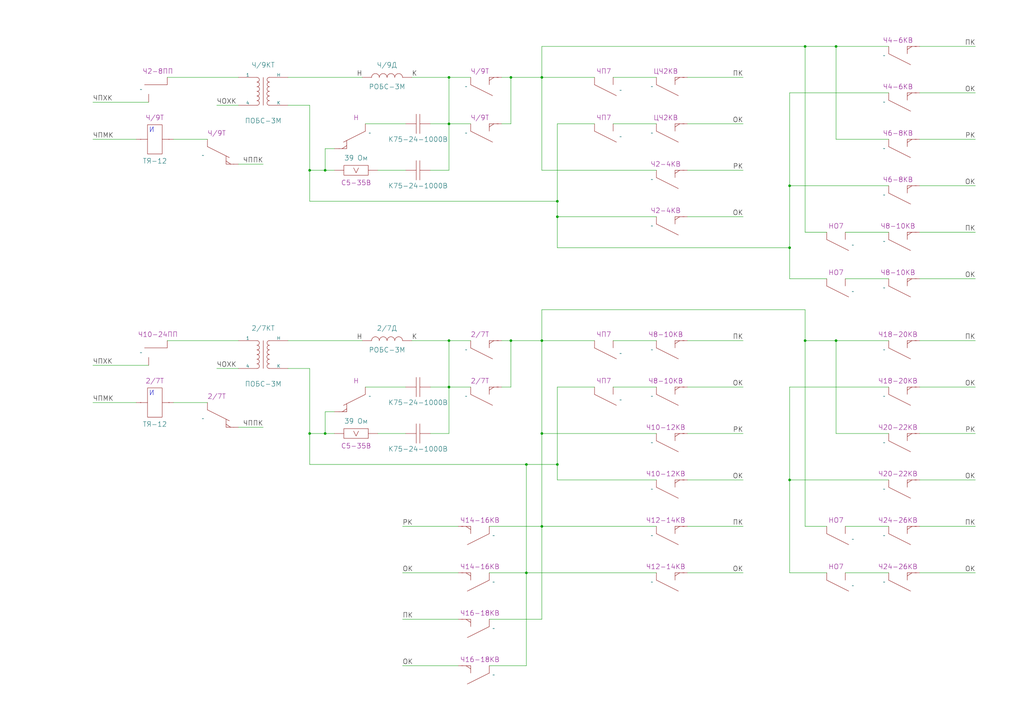
<source format=kicad_sch>
(kicad_sch (version 20231120) (generator "eeschema") (generator_version "8.0")
  (paper "A3")
  (title_block (title "Станция А") (company "МКТ РУТ (МИИТ)") (comment 1 "КП 27.02.03.03.000 ГЧ") (comment 2 "Сафранович") (comment 3 "Бузунова"))
  (lib_symbols
    (symbol "Blocks:ПТ/ПОБС" (pin_numbers hide) (pin_names (offset 0))
      (property "Reference" "ИПТ" (at 0 10.16 0))
      (property "Value" "ПТ/ПОБС" (at 0 -12.7 0))
      (symbol "ПТ/ПОБС_0_1"
        (arc (start -2.54 -6.35) (mid -1.5736 -5.3975) (end -2.54 -4.445))
        (arc (start -2.54 -4.445) (mid -1.5736 -3.4925) (end -2.54 -2.54))
        (arc (start -2.54 -2.54) (mid -1.5736 -1.5875) (end -2.54 -0.635))
        (arc (start -2.54 -0.635) (mid -1.5048 0.3175) (end -2.54 1.27))
        (arc (start -2.54 1.27) (mid -1.5428 2.2225) (end -2.54 3.175))
        (arc (start -2.54 3.175) (mid -1.5875 4.1275) (end -2.54 5.08))
        (polyline (pts (xy 0 -6.35) (xy 0 5.08)))
        (arc (start 2.54 -4.445) (mid 1.5452 -5.3975) (end 2.54 -6.35))
        (arc (start 2.54 -2.54) (mid 1.5452 -3.4925) (end 2.54 -4.445))
        (arc (start 2.54 -0.635) (mid 1.4998 -1.5875) (end 2.54 -2.54))
        (arc (start 2.54 1.27) (mid 1.5736 0.3175) (end 2.54 -0.635))
        (arc (start 2.54 3.175) (mid 1.5875 2.2225) (end 2.54 1.27))
        (arc (start 2.54 5.08) (mid 1.5633 4.1275) (end 2.54 3.175))
      )
      (symbol "ПТ/ПОБС_1_1"
        (pin passive line (at -10.16 5.08 0) (length 7.62) (name "1") (number "1"))
        (pin passive line (at -10.16 -6.35 0) (length 7.62) (name "4") (number "2"))
        (pin passive line (at 10.16 5.08 180) (length 7.62) (name "Н") (number "3"))
        (pin passive line (at 10.16 -6.35 180) (length 7.62) (name "К") (number "7"))
      )
    )
    (symbol "Device_GOST:C" (pin_numbers hide) (pin_names (offset 0) hide)
      (property "Reference" "C" (at 0.635 2.54 0))
      (property "Value" "C" (at 0.635 -3.175 0))
      (symbol "C_0_1"
        (polyline (pts (xy -3.9878 -0.762) (xy 3.9878 -0.762)))
        (polyline (pts (xy -3.9878 0.762) (xy 3.9878 0.762)))
      )
      (symbol "C_1_1"
        (pin passive line (at 0 5.08 270) (length 4.318) (name "~") (number "1"))
        (pin passive line (at 0 -5.08 90) (length 4.318) (name "~") (number "2"))
      )
    )
    (symbol "Device_GOST:L_INDUCTOR" (pin_numbers hide) (pin_names (offset 0) hide)
      (property "Reference" "L" (at 0 3.81 0))
      (property "Value" "L_INDUCTOR" (at 0 -2.54 0))
      (symbol "L_INDUCTOR_0_1"
        (arc (start -3.175 0) (mid -4.7498 1.5748) (end -6.35 0))
        (arc (start 0 0) (mid -1.5748 1.5748) (end -3.175 0))
        (arc (start 3.175 0) (mid 1.6002 1.5748) (end 0 0))
        (arc (start 6.35 0) (mid 4.7752 1.5748) (end 3.175 0))
      )
      (symbol "L_INDUCTOR_1_1"
        (pin passive line (at -10.16 0 0) (length 3.81) (name "~") (number "1"))
        (pin passive line (at 10.16 0 180) (length 3.81) (name "~") (number "2"))
      )
    )
    (symbol "Device_GOST:R_5W" (pin_numbers hide) (pin_names (offset 0) hide)
      (property "Reference" "R" (at 0 3.81 0))
      (property "Value" "R_5W" (at 0 -3.81 0))
      (symbol "R_5W_0_1"
        (rectangle (start -5.0038 2.0066) (end 5.0038 -2.0066))
        (polyline (pts (xy -1.016 1.016) (xy 0 -1.016)))
        (polyline (pts (xy 1.016 1.016) (xy 0 -1.016)))
      )
      (symbol "R_5W_1_1"
        (pin passive line (at -8.89 0 0) (length 3.8862) (name "~") (number "1"))
        (pin passive line (at 8.89 0 180) (length 3.8862) (name "~") (number "2"))
      )
    )
    (symbol "SCB_Relay:Кодовое" (pin_numbers hide) (pin_names (offset 0.002) hide)
      (property "Value" "КДРШ" (at 0 -8.89 0))
      (property "Обозначение реле" "К" (at 0 8.89 0))
      (symbol "Кодовое_0_1"
        (rectangle (start -3 6) (end 3 -6))
      )
      (symbol "Кодовое_1_1"
        (polyline (pts (xy -3 0) (xy -6 0)))
        (polyline (pts (xy 3 0) (xy 6 0)))
        (pin power_in line (at -7.62 0 0) (length 2) (name "") (number "1"))
        (pin power_in line (at 7.62 0 180) (length 2) (name "") (number "4"))
      )
      (symbol "Кодовое_2_1"
        (rectangle (start -3 -6) (end 3 -12))
        (polyline (pts (xy -2 -11) (xy -1 -11) (xy 1.5 -7) (xy 2.5 -7)))
        (pin power_in line (at -8 0 0) (length 5) (name "") (number "1"))
        (pin power_in line (at 8 0 180) (length 5) (name "") (number "4"))
      )
      (symbol "Кодовое_3_1"
        (rectangle (start -3 -6) (end 3 -12))
        (polyline (pts (xy -3 -6) (xy 3 -12)))
        (polyline (pts (xy 3 -6) (xy -3 -12)))
        (pin power_in line (at -8 0 0) (length 5) (name "") (number "1"))
        (pin power_in line (at 8 0 180) (length 5) (name "") (number "4"))
      )
      (symbol "Кодовое_4_1"
        (rectangle (start -3 -6) (end 3 -12))
        (polyline (pts (xy 3 -6) (xy -3 -12)))
        (pin power_in line (at -8 0 0) (length 5) (name "") (number "1"))
        (pin power_in line (at 8 0 180) (length 5) (name "") (number "4"))
      )
      (symbol "Кодовое_5_1"
        (rectangle (start -3 -6) (end 3 -12))
        (polyline (pts (xy -2 -10) (xy -2 -8)))
        (polyline (pts (xy -2 -9) (xy 2 -9)))
        (polyline (pts (xy 2 -10) (xy 2 -8)))
        (pin power_in line (at -8 0 0) (length 5) (name "") (number "1"))
        (pin power_in line (at 8 0 180) (length 5) (name "") (number "4"))
      )
    )
    (symbol "SCB_Relay:Контакт_нейтрального_якоря" (pin_numbers hide) (pin_names hide)
      (property "Обозначение реле" "Н" (at 0 2.54 0))
      (symbol "Контакт_нейтрального_якоря_0_1"
        (polyline (pts (xy -3.81 -3) (xy 5.19 -7.5)))
        (pin bidirectional line (at -3.81 0 270) (length 3) (name "") (number "1"))
      )
      (symbol "Контакт_нейтрального_якоря_1_1"
        (pin bidirectional line (at 3.81 0 270) (length 3) (name "") (number "2"))
        (pin bidirectional line (at 3.81 -10.16 90) (length 3.3) (name "") (number "3"))
      )
      (symbol "Контакт_нейтрального_якоря_2_1"
        (pin bidirectional line (at 3.81 -10.16 90) (length 3.3) (name "") (number "3"))
      )
      (symbol "Контакт_нейтрального_якоря_3_1"
        (pin bidirectional line (at 3.81 0 270) (length 3) (name "") (number "2"))
      )
      (symbol "Контакт_нейтрального_якоря_4_1"
        (polyline (pts (xy 3.81 -10.16) (xy 7.62 -10.16)))
        (polyline (pts (xy 3.81 -8.89) (xy 5.715 -10.16)))
        (polyline (pts (xy 3.81 -6.858) (xy 3.81 -10.16)))
        (polyline (pts (xy 3.81 -1.27) (xy 5.715 0)))
        (polyline (pts (xy 3.81 0) (xy 3.81 -3)))
        (polyline (pts (xy 3.81 0) (xy 7.62 0)))
        (pin bidirectional line (at -3.81 0 270) (length 3) (name "") (number "1"))
        (pin bidirectional line (at 8.89 0 180) (length 2) (name "") (number "2"))
        (pin bidirectional line (at 8.89 -10.16 180) (length 2) (name "") (number "3"))
      )
      (symbol "Контакт_нейтрального_якоря_5_1"
        (polyline (pts (xy 3.81 -1.27) (xy 5.715 0)))
        (polyline (pts (xy 3.81 0) (xy 3.81 -3)))
        (polyline (pts (xy 3.81 0) (xy 7.62 0)))
        (pin bidirectional line (at 8.89 0 180) (length 2) (name "") (number "2"))
      )
      (symbol "Контакт_нейтрального_якоря_6_1"
        (polyline (pts (xy 3.81 -8.89) (xy 5.715 -10.16)))
        (polyline (pts (xy 3.81 -6.858) (xy 3.81 -10.16) (xy 6.985 -10.16)))
        (pin bidirectional line (at 8.89 -10.16 180) (length 2) (name "") (number "3"))
      )
      (symbol "Контакт_нейтрального_якоря_7_1"
        (polyline (pts (xy 11.43 0) (xy 3.81 0) (xy 3.81 -3)))
        (polyline (pts (xy 3.81 0) (xy 5.5 1) (xy 8.5 -1) (xy 10 0)))
        (pin bidirectional line (at 12.7 0 180) (length 2) (name "") (number "2"))
        (pin bidirectional line (at 3.81 -10.16 90) (length 3.3) (name "") (number "3"))
      )
      (symbol "Контакт_нейтрального_якоря_8_1"
        (arc (start 5.5 -7.5) (mid 6.5355 -5) (end 5.5 -2.5))
        (pin bidirectional line (at 3.81 0 270) (length 3) (name "") (number "2"))
        (pin bidirectional line (at 3.81 -10.16 90) (length 3.3) (name "") (number "3"))
      )
      (symbol "Контакт_нейтрального_якоря_9_1"
        (polyline (pts (xy -3.5 -4.5) (xy -2.5 -5) (xy -2.25 -4.5)))
        (polyline (pts (xy 1.25 -6.5) (xy 1 -7) (xy 2 -7.5)))
        (arc (start 1.25 -6.5) (mid 0.5225 -3.7106) (end -2.25 -4.5))
        (pin bidirectional line (at 3.81 0 270) (length 3) (name "") (number "2"))
        (pin bidirectional line (at 3.81 -10.16 90) (length 3.3) (name "") (number "3"))
      )
      (symbol "Контакт_нейтрального_якоря_10_1"
        (polyline (pts (xy -3.5 -4.5) (xy -2.5 -5) (xy -2.25 -4.5)))
        (polyline (pts (xy 1.25 -6.5) (xy 1 -7) (xy 2 -7.5)))
        (arc (start 1.25 -6.5) (mid 0.5225 -3.7106) (end -2.25 -4.5))
        (pin bidirectional line (at 3.81 -10.16 90) (length 3.3) (name "") (number "3"))
      )
      (symbol "Контакт_нейтрального_якоря_11_1"
        (polyline (pts (xy -3.5 -4.5) (xy -2.5 -5) (xy -2.25 -4.5)))
        (polyline (pts (xy 1.25 -6.5) (xy 1 -7) (xy 2 -7.5)))
        (arc (start 1.25 -6.5) (mid 0.5225 -3.7106) (end -2.25 -4.5))
        (pin bidirectional line (at 3.81 0 270) (length 3) (name "") (number "2"))
      )
    )
    (symbol "SCB_Relay:Контакт_нейтрального_якоря_НЗ" (pin_numbers hide) (pin_names hide)
      (property "Обозначение реле" "Н" (at 0 2.54 0))
      (symbol "Контакт_нейтрального_якоря_НЗ_0_1"
        (polyline (pts (xy -3.81 -3) (xy 5.5 -3)))
        (pin bidirectional line (at -3.81 0 270) (length 3) (name "") (number "1"))
      )
      (symbol "Контакт_нейтрального_якоря_НЗ_1_1"
        (pin bidirectional line (at 3.81 0 270) (length 3) (name "") (number "2"))
        (pin bidirectional line (at 3.81 -10.16 90) (length 3.3) (name "") (number "3"))
      )
      (symbol "Контакт_нейтрального_якоря_НЗ_2_1"
        (pin bidirectional line (at 3.81 -10.16 90) (length 3.3) (name "") (number "3"))
      )
      (symbol "Контакт_нейтрального_якоря_НЗ_3_1"
        (pin bidirectional line (at 3.81 0 270) (length 3) (name "") (number "2"))
      )
      (symbol "Контакт_нейтрального_якоря_НЗ_4_1"
        (polyline (pts (xy 3.81 -10.16) (xy 7.62 -10.16)))
        (polyline (pts (xy 3.81 -8.89) (xy 5.715 -10.16)))
        (polyline (pts (xy 3.81 -6.858) (xy 3.81 -10.16)))
        (polyline (pts (xy 3.81 -1.27) (xy 5.715 0)))
        (polyline (pts (xy 3.81 0) (xy 3.81 -3)))
        (polyline (pts (xy 3.81 0) (xy 7.62 0)))
        (pin bidirectional line (at -3.81 0 270) (length 3) (name "") (number "1"))
        (pin bidirectional line (at 8.89 0 180) (length 2) (name "") (number "2"))
        (pin bidirectional line (at 8.89 -10.16 180) (length 2) (name "") (number "3"))
      )
      (symbol "Контакт_нейтрального_якоря_НЗ_5_1"
        (polyline (pts (xy 3.81 -1.27) (xy 5.715 0)))
        (polyline (pts (xy 3.81 0) (xy 3.81 -3)))
        (polyline (pts (xy 3.81 0) (xy 7.62 0)))
        (pin bidirectional line (at 8.89 0 180) (length 2) (name "") (number "2"))
      )
      (symbol "Контакт_нейтрального_якоря_НЗ_6_1"
        (polyline (pts (xy 3.81 -8.89) (xy 5.715 -10.16)))
        (polyline (pts (xy 3.81 -6.858) (xy 3.81 -10.16) (xy 6.985 -10.16)))
        (pin bidirectional line (at 8.89 -10.16 180) (length 2) (name "") (number "3"))
      )
      (symbol "Контакт_нейтрального_якоря_НЗ_7_1"
        (polyline (pts (xy 11.43 0) (xy 3.81 0) (xy 3.81 -3)))
        (polyline (pts (xy 3.81 0) (xy 5.5 1) (xy 8.5 -1) (xy 10 0)))
        (pin bidirectional line (at 12.7 0 180) (length 2) (name "") (number "2"))
        (pin bidirectional line (at 3.81 -10.16 90) (length 3.3) (name "") (number "3"))
      )
      (symbol "Контакт_нейтрального_якоря_НЗ_8_1"
        (arc (start 5.5 -7.5) (mid 6.5355 -5) (end 5.5 -2.5))
        (pin bidirectional line (at 3.81 0 270) (length 3) (name "") (number "2"))
        (pin bidirectional line (at 3.81 -10.16 90) (length 3.3) (name "") (number "3"))
      )
    )
  )
  (junction (at 133.35 177.8))
  (junction (at 323.85 76.2))
  (junction (at 330.2 19.05))
  (junction (at 228.6 82.55))
  (junction (at 342.9 19.05))
  (junction (at 228.6 190.5))
  (junction (at 127 69.85))
  (junction (at 184.15 31.75))
  (junction (at 209.55 31.75))
  (junction (at 222.25 177.8))
  (junction (at 330.2 139.7))
  (junction (at 184.15 50.8))
  (junction (at 323.85 101.6))
  (junction (at 342.9 139.7))
  (junction (at 133.35 69.85))
  (junction (at 222.25 139.7))
  (junction (at 184.15 158.75))
  (junction (at 215.9 190.5))
  (junction (at 228.6 88.9))
  (junction (at 222.25 215.9))
  (junction (at 127 177.8))
  (junction (at 184.15 139.7))
  (junction (at 323.85 196.85))
  (junction (at 209.55 139.7))
  (junction (at 222.25 31.75))
  (junction (at 215.9 234.95))
  (wire (pts (xy 97.79 67.31) (xy 107.95 67.31)))
  (wire (pts (xy 149.86 158.75) (xy 166.37 158.75)))
  (wire (pts (xy 281.94 31.75) (xy 304.8 31.75)))
  (wire (pts (xy 377.19 234.95) (xy 400.05 234.95)))
  (wire (pts (xy 377.19 76.2) (xy 400.05 76.2)))
  (wire (pts (xy 71.12 165.1) (xy 85.09 165.1)))
  (wire (pts (xy 346.71 95.25) (xy 364.49 95.25)))
  (wire (pts (xy 127 190.5) (xy 215.9 190.5)))
  (wire (pts (xy 281.94 50.8) (xy 304.8 50.8)))
  (wire (pts (xy 222.25 139.7) (xy 222.25 127)))
  (wire (pts (xy 118.11 139.7) (xy 148.59 139.7)))
  (wire (pts (xy 209.55 158.75) (xy 209.55 139.7)))
  (wire (pts (xy 330.2 215.9) (xy 339.09 215.9)))
  (wire (pts (xy 127 151.13) (xy 127 177.8)))
  (wire (pts (xy 377.19 114.3) (xy 400.05 114.3)))
  (wire (pts (xy 137.16 177.8) (xy 133.35 177.8)))
  (wire (pts (xy 251.46 139.7) (xy 269.24 139.7)))
  (wire (pts (xy 346.71 215.9) (xy 364.49 215.9)))
  (wire (pts (xy 228.6 196.85) (xy 269.24 196.85)))
  (wire (pts (xy 71.12 57.15) (xy 85.09 57.15)))
  (wire (pts (xy 281.94 88.9) (xy 304.8 88.9)))
  (wire (pts (xy 205.74 139.7) (xy 209.55 139.7)))
  (wire (pts (xy 38.1 149.86) (xy 60.96 149.86)))
  (wire (pts (xy 118.11 43.18) (xy 127 43.18)))
  (wire (pts (xy 377.19 196.85) (xy 400.05 196.85)))
  (wire (pts (xy 200.66 234.95) (xy 215.9 234.95)))
  (wire (pts (xy 228.6 158.75) (xy 243.84 158.75)))
  (wire (pts (xy 222.25 19.05) (xy 330.2 19.05)))
  (wire (pts (xy 228.6 190.5) (xy 228.6 196.85)))
  (wire (pts (xy 133.35 177.8) (xy 133.35 168.91)))
  (wire (pts (xy 127 177.8) (xy 133.35 177.8)))
  (wire (pts (xy 137.16 69.85) (xy 133.35 69.85)))
  (wire (pts (xy 184.15 31.75) (xy 193.04 31.75)))
  (wire (pts (xy 209.55 139.7) (xy 222.25 139.7)))
  (wire (pts (xy 205.74 158.75) (xy 209.55 158.75)))
  (wire (pts (xy 168.91 31.75) (xy 184.15 31.75)))
  (wire (pts (xy 209.55 31.75) (xy 222.25 31.75)))
  (wire (pts (xy 200.66 215.9) (xy 222.25 215.9)))
  (wire (pts (xy 127 82.55) (xy 228.6 82.55)))
  (wire (pts (xy 168.91 139.7) (xy 184.15 139.7)))
  (wire (pts (xy 215.9 190.5) (xy 215.9 234.95)))
  (wire (pts (xy 251.46 31.75) (xy 269.24 31.75)))
  (wire (pts (xy 97.79 175.26) (xy 107.95 175.26)))
  (wire (pts (xy 377.19 177.8) (xy 400.05 177.8)))
  (wire (pts (xy 323.85 38.1) (xy 323.85 76.2)))
  (wire (pts (xy 330.2 19.05) (xy 342.9 19.05)))
  (wire (pts (xy 339.09 114.3) (xy 323.85 114.3)))
  (wire (pts (xy 222.25 254) (xy 222.25 215.9)))
  (wire (pts (xy 184.15 139.7) (xy 184.15 158.75)))
  (wire (pts (xy 323.85 196.85) (xy 364.49 196.85)))
  (wire (pts (xy 377.19 38.1) (xy 400.05 38.1)))
  (wire (pts (xy 346.71 234.95) (xy 364.49 234.95)))
  (wire (pts (xy 68.58 31.75) (xy 97.79 31.75)))
  (wire (pts (xy 184.15 31.75) (xy 184.15 50.8)))
  (wire (pts (xy 215.9 190.5) (xy 228.6 190.5)))
  (wire (pts (xy 323.85 114.3) (xy 323.85 101.6)))
  (wire (pts (xy 228.6 190.5) (xy 228.6 158.75)))
  (wire (pts (xy 200.66 273.05) (xy 215.9 273.05)))
  (wire (pts (xy 38.1 41.91) (xy 60.96 41.91)))
  (wire (pts (xy 133.35 168.91) (xy 137.16 168.91)))
  (wire (pts (xy 187.96 254) (xy 165.1 254)))
  (wire (pts (xy 330.2 19.05) (xy 330.2 95.25)))
  (wire (pts (xy 176.53 158.75) (xy 184.15 158.75)))
  (wire (pts (xy 127 69.85) (xy 127 82.55)))
  (wire (pts (xy 133.35 69.85) (xy 133.35 60.96)))
  (wire (pts (xy 330.2 139.7) (xy 342.9 139.7)))
  (wire (pts (xy 377.19 57.15) (xy 400.05 57.15)))
  (wire (pts (xy 205.74 31.75) (xy 209.55 31.75)))
  (wire (pts (xy 187.96 273.05) (xy 165.1 273.05)))
  (wire (pts (xy 281.94 196.85) (xy 304.8 196.85)))
  (wire (pts (xy 222.25 31.75) (xy 222.25 19.05)))
  (wire (pts (xy 222.25 139.7) (xy 222.25 177.8)))
  (wire (pts (xy 222.25 215.9) (xy 222.25 177.8)))
  (wire (pts (xy 184.15 139.7) (xy 193.04 139.7)))
  (wire (pts (xy 228.6 50.8) (xy 243.84 50.8)))
  (wire (pts (xy 118.11 31.75) (xy 148.59 31.75)))
  (wire (pts (xy 342.9 139.7) (xy 364.49 139.7)))
  (wire (pts (xy 133.35 60.96) (xy 137.16 60.96)))
  (wire (pts (xy 176.53 50.8) (xy 184.15 50.8)))
  (wire (pts (xy 149.86 50.8) (xy 166.37 50.8)))
  (wire (pts (xy 377.19 158.75) (xy 400.05 158.75)))
  (wire (pts (xy 342.9 19.05) (xy 364.49 19.05)))
  (wire (pts (xy 330.2 127) (xy 330.2 139.7)))
  (wire (pts (xy 377.19 19.05) (xy 400.05 19.05)))
  (wire (pts (xy 127 69.85) (xy 133.35 69.85)))
  (wire (pts (xy 222.25 31.75) (xy 222.25 69.85)))
  (wire (pts (xy 209.55 50.8) (xy 209.55 31.75)))
  (wire (pts (xy 342.9 57.15) (xy 364.49 57.15)))
  (wire (pts (xy 118.11 151.13) (xy 127 151.13)))
  (wire (pts (xy 323.85 196.85) (xy 323.85 234.95)))
  (wire (pts (xy 346.71 114.3) (xy 364.49 114.3)))
  (wire (pts (xy 154.94 69.85) (xy 166.37 69.85)))
  (wire (pts (xy 193.04 158.75) (xy 184.15 158.75)))
  (wire (pts (xy 154.94 177.8) (xy 166.37 177.8)))
  (wire (pts (xy 269.24 215.9) (xy 222.25 215.9)))
  (wire (pts (xy 222.25 139.7) (xy 243.84 139.7)))
  (wire (pts (xy 377.19 139.7) (xy 400.05 139.7)))
  (wire (pts (xy 323.85 76.2) (xy 323.85 101.6)))
  (wire (pts (xy 251.46 50.8) (xy 269.24 50.8)))
  (wire (pts (xy 281.94 177.8) (xy 304.8 177.8)))
  (wire (pts (xy 228.6 82.55) (xy 228.6 50.8)))
  (wire (pts (xy 184.15 177.8) (xy 184.15 158.75)))
  (wire (pts (xy 222.25 177.8) (xy 269.24 177.8)))
  (wire (pts (xy 68.58 139.7) (xy 97.79 139.7)))
  (wire (pts (xy 205.74 50.8) (xy 209.55 50.8)))
  (wire (pts (xy 127 177.8) (xy 127 190.5)))
  (wire (pts (xy 323.85 196.85) (xy 323.85 158.75)))
  (wire (pts (xy 228.6 82.55) (xy 228.6 88.9)))
  (wire (pts (xy 251.46 158.75) (xy 269.24 158.75)))
  (wire (pts (xy 342.9 177.8) (xy 364.49 177.8)))
  (wire (pts (xy 187.96 215.9) (xy 165.1 215.9)))
  (wire (pts (xy 377.19 215.9) (xy 400.05 215.9)))
  (wire (pts (xy 281.94 69.85) (xy 304.8 69.85)))
  (wire (pts (xy 281.94 234.95) (xy 304.8 234.95)))
  (wire (pts (xy 228.6 88.9) (xy 269.24 88.9)))
  (wire (pts (xy 323.85 38.1) (xy 364.49 38.1)))
  (wire (pts (xy 222.25 69.85) (xy 269.24 69.85)))
  (wire (pts (xy 222.25 127) (xy 330.2 127)))
  (wire (pts (xy 330.2 95.25) (xy 339.09 95.25)))
  (wire (pts (xy 330.2 139.7) (xy 330.2 215.9)))
  (wire (pts (xy 323.85 158.75) (xy 364.49 158.75)))
  (wire (pts (xy 200.66 254) (xy 222.25 254)))
  (wire (pts (xy 342.9 139.7) (xy 342.9 177.8)))
  (wire (pts (xy 281.94 158.75) (xy 304.8 158.75)))
  (wire (pts (xy 323.85 76.2) (xy 364.49 76.2)))
  (wire (pts (xy 88.9 151.13) (xy 97.79 151.13)))
  (wire (pts (xy 339.09 234.95) (xy 323.85 234.95)))
  (wire (pts (xy 88.9 43.18) (xy 97.79 43.18)))
  (wire (pts (xy 38.1 57.15) (xy 55.88 57.15)))
  (wire (pts (xy 187.96 234.95) (xy 165.1 234.95)))
  (wire (pts (xy 184.15 69.85) (xy 184.15 50.8)))
  (wire (pts (xy 193.04 50.8) (xy 184.15 50.8)))
  (wire (pts (xy 215.9 273.05) (xy 215.9 234.95)))
  (wire (pts (xy 222.25 31.75) (xy 243.84 31.75)))
  (wire (pts (xy 228.6 88.9) (xy 228.6 101.6)))
  (wire (pts (xy 281.94 139.7) (xy 304.8 139.7)))
  (wire (pts (xy 176.53 177.8) (xy 184.15 177.8)))
  (wire (pts (xy 281.94 215.9) (xy 304.8 215.9)))
  (wire (pts (xy 377.19 95.25) (xy 400.05 95.25)))
  (wire (pts (xy 228.6 101.6) (xy 323.85 101.6)))
  (wire (pts (xy 38.1 165.1) (xy 55.88 165.1)))
  (wire (pts (xy 269.24 234.95) (xy 215.9 234.95)))
  (wire (pts (xy 127 43.18) (xy 127 69.85)))
  (wire (pts (xy 176.53 69.85) (xy 184.15 69.85)))
  (wire (pts (xy 342.9 19.05) (xy 342.9 57.15)))
  (text "И" (at 62.23 161.29 0) (effects (font (size 2 2))))
  (text "И" (at 62.23 53.34 0) (effects (font (size 2 2))))
  (label "ОК" (at 400.05 234.95 180) (effects (font (size 2 2))) (property "Netclass" "Цепь" (effects (hide yes))))
  (label "РК" (at 400.05 57.15 180) (effects (font (size 2 2))) (property "Netclass" "Цепь" (effects (hide yes))))
  (label "К" (at 168.91 31.75 0) (effects (font (size 2 2))))
  (label "Н" (at 148.59 139.7 180) (effects (font (size 2 2))))
  (label "РК" (at 304.8 69.85 180) (effects (font (size 2 2))) (property "Netclass" "Цепь" (effects (hide yes))))
  (label "ЧПХК" (at 38.1 149.86 0) (effects (font (size 2 2))) (property "Netclass" "Цепь" (effects (hide yes))))
  (label "ПК" (at 400.05 95.25 180) (effects (font (size 2 2))) (property "Netclass" "Цепь" (effects (hide yes))))
  (label "ЧППК" (at 107.95 175.26 180) (effects (font (size 2 2))) (property "Netclass" "Цепь" (effects (hide yes))))
  (label "ОК" (at 304.8 234.95 180) (effects (font (size 2 2))) (property "Netclass" "Цепь" (effects (hide yes))))
  (label "ОК" (at 304.8 196.85 180) (effects (font (size 2 2))) (property "Netclass" "Цепь" (effects (hide yes))))
  (label "ПК" (at 165.1 254 0) (effects (font (size 2 2))) (property "Netclass" "Цепь" (effects (hide yes))))
  (label "ОК" (at 400.05 38.1 180) (effects (font (size 2 2))) (property "Netclass" "Цепь" (effects (hide yes))))
  (label "ЧПМК" (at 38.1 165.1 0) (effects (font (size 2 2))) (property "Netclass" "Цепь" (effects (hide yes))))
  (label "ЧППК" (at 107.95 67.31 180) (effects (font (size 2 2))) (property "Netclass" "Цепь" (effects (hide yes))))
  (label "ЧПМК" (at 38.1 57.15 0) (effects (font (size 2 2))) (property "Netclass" "Цепь" (effects (hide yes))))
  (label "ПК" (at 304.8 139.7 180) (effects (font (size 2 2))) (property "Netclass" "Цепь" (effects (hide yes))))
  (label "ОК" (at 304.8 88.9 180) (effects (font (size 2 2))) (property "Netclass" "Цепь" (effects (hide yes))))
  (label "РК" (at 304.8 177.8 180) (effects (font (size 2 2))) (property "Netclass" "Цепь" (effects (hide yes))))
  (label "ОК" (at 400.05 158.75 180) (effects (font (size 2 2))) (property "Netclass" "Цепь" (effects (hide yes))))
  (label "ПК" (at 304.8 31.75 180) (effects (font (size 2 2))) (property "Netclass" "Цепь" (effects (hide yes))))
  (label "ОК" (at 400.05 196.85 180) (effects (font (size 2 2))) (property "Netclass" "Цепь" (effects (hide yes))))
  (label "ОК" (at 400.05 76.2 180) (effects (font (size 2 2))) (property "Netclass" "Цепь" (effects (hide yes))))
  (label "ЧОХК" (at 88.9 43.18 0) (effects (font (size 2 2))) (property "Netclass" "Цепь" (effects (hide yes))))
  (label "ЧОХК" (at 88.9 151.13 0) (effects (font (size 2 2))) (property "Netclass" "Цепь" (effects (hide yes))))
  (label "ОК" (at 165.1 234.95 0) (effects (font (size 2 2))) (property "Netclass" "Цепь" (effects (hide yes))))
  (label "ПК" (at 400.05 215.9 180) (effects (font (size 2 2))) (property "Netclass" "Цепь" (effects (hide yes))))
  (label "Н" (at 148.59 31.75 180) (effects (font (size 2 2))))
  (label "ОК" (at 400.05 114.3 180) (effects (font (size 2 2))) (property "Netclass" "Цепь" (effects (hide yes))))
  (label "ОК" (at 304.8 158.75 180) (effects (font (size 2 2))) (property "Netclass" "Цепь" (effects (hide yes))))
  (label "ПК" (at 400.05 19.05 180) (effects (font (size 2 2))) (property "Netclass" "Цепь" (effects (hide yes))))
  (label "РК" (at 400.05 177.8 180) (effects (font (size 2 2))) (property "Netclass" "Цепь" (effects (hide yes))))
  (label "ОК" (at 165.1 273.05 0) (effects (font (size 2 2))) (property "Netclass" "Цепь" (effects (hide yes))))
  (label "РК" (at 165.1 215.9 0) (effects (font (size 2 2))) (property "Netclass" "Цепь" (effects (hide yes))))
  (label "ОК" (at 304.8 50.8 180) (effects (font (size 2 2))) (property "Netclass" "Цепь" (effects (hide yes))))
  (label "К" (at 168.91 139.7 0) (effects (font (size 2 2))))
  (label "ЧПХК" (at 38.1 41.91 0) (effects (font (size 2 2))) (property "Netclass" "Цепь" (effects (hide yes))))
  (label "ПК" (at 400.05 139.7 180) (effects (font (size 2 2))) (property "Netclass" "Цепь" (effects (hide yes))))
  (label "ПК" (at 304.8 215.9 180) (effects (font (size 2 2))) (property "Netclass" "Цепь" (effects (hide yes))))
  (symbol (lib_id "SCB_Relay:Контакт_нейтрального_якоря") (at 368.3 234.95 0) (unit 5)
    (property "Reference" "Н11121" (effects (hide yes)))
    (property "Value" "~" (at 363.22 238.7 0) (effects (justify right)))
    (property "Обозначение реле" "Ч24-26КВ" (at 368.3 232.41 0) (effects (font (size 2 2))))
  )
  (symbol (lib_id "SCB_Relay:Контакт_нейтрального_якоря") (at 273.05 177.8 0) (unit 5)
    (property "Reference" "Н1113" (effects (hide yes)))
    (property "Value" "~" (at 267.97 181.55 0) (effects (justify right)))
    (property "Обозначение реле" "Ч10-12КВ" (at 273.05 175.26 0) (effects (font (size 2 2))))
  )
  (symbol (lib_id "SCB_Relay:Контакт_нейтрального_якоря") (at 368.3 57.15 0) (unit 5)
    (property "Reference" "Н11111" (effects (hide yes)))
    (property "Value" "~" (at 363.22 60.9 0) (effects (justify right)))
    (property "Обозначение реле" "Ч6-8КВ" (at 368.3 54.61 0) (effects (font (size 2 2))))
  )
  (symbol (lib_id "SCB_Relay:Контакт_нейтрального_якоря") (at 273.05 88.9 0) (unit 5)
    (property "Reference" "Н111" (effects (hide yes)))
    (property "Value" "~" (at 267.97 92.65 0) (effects (justify right)))
    (property "Обозначение реле" "Ч2-4КВ" (at 273.05 86.36 0) (effects (font (size 2 2))))
  )
  (symbol (lib_id "SCB_Relay:Контакт_нейтрального_якоря") (at 196.85 158.75 0) (unit 5)
    (property "Reference" "Н111" (effects (hide yes)))
    (property "Value" "~" (at 191.77 162.5 0) (effects (justify right)))
    (property "Обозначение реле" "2/7Т" (at 196.85 156.21 0) (effects (font (size 2 2))))
  )
  (symbol (lib_id "SCB_Relay:Контакт_нейтрального_якоря") (at 196.85 50.8 0) (unit 5)
    (property "Reference" "Н11" (effects (hide yes)))
    (property "Value" "~" (at 191.77 54.55 0) (effects (justify right)))
    (property "Обозначение реле" "Ч/9Т" (at 196.85 48.26 0) (effects (font (size 2 2))))
  )
  (symbol (lib_id "Blocks:ПТ/ПОБС") (at 107.95 144.78 0) (unit 1)
    (property "Reference" "2/7КТ" (at 107.95 134.62 0) (effects (font (size 2 2))))
    (property "Value" "ПОБС-3М" (at 107.95 157.48 0) (effects (font (size 2 2))))
  )
  (symbol (lib_id "SCB_Relay:Контакт_нейтрального_якоря") (at 368.3 215.9 0) (unit 5)
    (property "Reference" "Н11111" (effects (hide yes)))
    (property "Value" "~" (at 363.22 219.65 0) (effects (justify right)))
    (property "Обозначение реле" "Ч24-26КВ" (at 368.3 213.36 0) (effects (font (size 2 2))))
  )
  (symbol (lib_id "SCB_Relay:Контакт_нейтрального_якоря") (at 368.3 95.25 0) (unit 5)
    (property "Reference" "Н1111" (effects (hide yes)))
    (property "Value" "~" (at 363.22 99 0) (effects (justify right)))
    (property "Обозначение реле" "Ч8-10КВ" (at 368.3 92.71 0) (effects (font (size 2 2))))
  )
  (symbol (lib_id "SCB_Relay:Контакт_нейтрального_якоря") (at 247.65 50.8 0) (unit 3)
    (property "Reference" "Н11" (effects (hide yes)))
    (property "Value" "~" (at 254 56.05 0) (effects (justify left)))
    (property "Обозначение реле" "ЧП7" (at 247.65 48.26 0) (effects (font (size 2 2))))
  )
  (symbol (lib_id "SCB_Relay:Контакт_нейтрального_якоря") (at 196.85 273.05 0) (mirror y) (unit 5)
    (property "Reference" "Н111311" (effects (hide yes)))
    (property "Value" "~" (at 201.93 276.8 0) (effects (justify right)))
    (property "Обозначение реле" "Ч16-18КВ" (at 196.85 270.51 0) (effects (font (size 2 2))))
  )
  (symbol (lib_id "SCB_Relay:Контакт_нейтрального_якоря") (at 273.05 139.7 0) (unit 5)
    (property "Reference" "Н1112" (effects (hide yes)))
    (property "Value" "~" (at 267.97 143.45 0) (effects (justify right)))
    (property "Обозначение реле" "Ч8-10КВ" (at 273.05 137.16 0) (effects (font (size 2 2))))
  )
  (symbol (lib_id "SCB_Relay:Контакт_нейтрального_якоря") (at 368.3 196.85 0) (unit 5)
    (property "Reference" "Н111211" (effects (hide yes)))
    (property "Value" "~" (at 363.22 200.6 0) (effects (justify right)))
    (property "Обозначение реле" "Ч20-22КВ" (at 368.3 194.31 0) (effects (font (size 2 2))))
  )
  (symbol (lib_id "SCB_Relay:Контакт_нейтрального_якоря") (at 273.05 69.85 0) (unit 5)
    (property "Reference" "Н111" (effects (hide yes)))
    (property "Value" "~" (at 267.97 73.6 0) (effects (justify right)))
    (property "Обозначение реле" "Ч2-4КВ" (at 273.05 67.31 0) (effects (font (size 2 2))))
  )
  (symbol (lib_id "SCB_Relay:Контакт_нейтрального_якоря") (at 342.9 114.3 0) (unit 3)
    (property "Reference" "Н111" (effects (hide yes)))
    (property "Value" "~" (at 349.25 119.55 0) (effects (justify left)))
    (property "Обозначение реле" "НО7" (at 342.9 111.76 0) (effects (font (size 2 2))))
  )
  (symbol (lib_id "SCB_Relay:Контакт_нейтрального_якоря") (at 273.05 158.75 0) (unit 5)
    (property "Reference" "Н1113" (effects (hide yes)))
    (property "Value" "~" (at 267.97 162.5 0) (effects (justify right)))
    (property "Обозначение реле" "Ч8-10КВ" (at 273.05 156.21 0) (effects (font (size 2 2))))
  )
  (symbol (lib_id "SCB_Relay:Контакт_нейтрального_якоря_НЗ") (at 64.77 139.7 0) (mirror y) (unit 2)
    (property "Reference" "Н1111111" (effects (hide yes)))
    (property "Value" "~" (at 58.42 144.63 0) (effects (justify left)))
    (property "Обозначение реле" "Ч10-24ПП" (at 64.77 137.16 0) (effects (font (size 2 2))))
  )
  (symbol (lib_id "SCB_Relay:Контакт_нейтрального_якоря") (at 368.3 139.7 0) (unit 5)
    (property "Reference" "Н11111" (effects (hide yes)))
    (property "Value" "~" (at 363.22 143.45 0) (effects (justify right)))
    (property "Обозначение реле" "Ч18-20КВ" (at 368.3 137.16 0) (effects (font (size 2 2))))
  )
  (symbol (lib_id "SCB_Relay:Контакт_нейтрального_якоря") (at 196.85 254 0) (mirror y) (unit 5)
    (property "Reference" "Н111211" (effects (hide yes)))
    (property "Value" "~" (at 201.93 257.75 0) (effects (justify right)))
    (property "Обозначение реле" "Ч16-18КВ" (at 196.85 251.46 0) (effects (font (size 2 2))))
  )
  (symbol (lib_id "SCB_Relay:Контакт_нейтрального_якоря") (at 368.3 19.05 0) (unit 5)
    (property "Reference" "Н1111" (effects (hide yes)))
    (property "Value" "~" (at 363.22 22.8 0) (effects (justify right)))
    (property "Обозначение реле" "Ч4-6КВ" (at 368.3 16.51 0) (effects (font (size 2 2))))
  )
  (symbol (lib_id "SCB_Relay:Контакт_нейтрального_якоря") (at 273.05 234.95 0) (unit 5)
    (property "Reference" "Н11131" (effects (hide yes)))
    (property "Value" "~" (at 267.97 238.7 0) (effects (justify right)))
    (property "Обозначение реле" "Ч12-14КВ" (at 273.05 232.41 0) (effects (font (size 2 2))))
  )
  (symbol (lib_id "SCB_Relay:Контакт_нейтрального_якоря") (at 342.9 234.95 0) (unit 3)
    (property "Reference" "Н1115" (effects (hide yes)))
    (property "Value" "~" (at 349.25 240.2 0) (effects (justify left)))
    (property "Обозначение реле" "НО7" (at 342.9 232.41 0) (effects (font (size 2 2))))
  )
  (symbol (lib_id "SCB_Relay:Контакт_нейтрального_якоря") (at 146.05 158.75 0) (mirror y) (unit 6)
    (property "Reference" "Н1111" (effects (hide yes)))
    (property "Value" "~" (at 151.13 162.5 0) (effects (justify right)))
    (property "Обозначение реле" "Н" (at 146.05 156.21 0) (effects (font (size 2 2))))
  )
  (symbol (lib_id "Device_GOST:C") (at 171.45 158.75 90) (mirror x) (unit 1)
    (property "Reference" "C31" (effects (hide yes)))
    (property "Value" "К75-24-1000В" (at 171.45 165.1 90) (effects (font (size 2.0066 2.0066))))
  )
  (symbol (lib_id "Device_GOST:C") (at 171.45 177.8 90) (mirror x) (unit 1)
    (property "Reference" "C32" (effects (hide yes)))
    (property "Value" "К75-24-1000В" (at 171.45 184.15 90) (effects (font (size 2.0066 2.0066))))
  )
  (symbol (lib_id "SCB_Relay:Контакт_нейтрального_якоря") (at 368.3 76.2 0) (unit 5)
    (property "Reference" "Н11121" (effects (hide yes)))
    (property "Value" "~" (at 363.22 79.95 0) (effects (justify right)))
    (property "Обозначение реле" "Ч6-8КВ" (at 368.3 73.66 0) (effects (font (size 2 2))))
  )
  (symbol (lib_id "SCB_Relay:Контакт_нейтрального_якоря") (at 247.65 139.7 0) (unit 3)
    (property "Reference" "Н111" (effects (hide yes)))
    (property "Value" "~" (at 254 144.95 0) (effects (justify left)))
    (property "Обозначение реле" "ЧП7" (at 247.65 137.16 0) (effects (font (size 2 2))))
  )
  (symbol (lib_id "SCB_Relay:Контакт_нейтрального_якоря") (at 273.05 196.85 0) (unit 5)
    (property "Reference" "Н1114" (effects (hide yes)))
    (property "Value" "~" (at 267.97 200.6 0) (effects (justify right)))
    (property "Обозначение реле" "Ч10-12КВ" (at 273.05 194.31 0) (effects (font (size 2 2))))
  )
  (symbol (lib_id "SCB_Relay:Контакт_нейтрального_якоря") (at 247.65 158.75 0) (unit 3)
    (property "Reference" "Н112" (effects (hide yes)))
    (property "Value" "~" (at 254 164 0) (effects (justify left)))
    (property "Обозначение реле" "ЧП7" (at 247.65 156.21 0) (effects (font (size 2 2))))
  )
  (symbol (lib_id "SCB_Relay:Контакт_нейтрального_якоря") (at 196.85 139.7 0) (unit 5)
    (property "Reference" "Н11" (effects (hide yes)))
    (property "Value" "~" (at 191.77 143.45 0) (effects (justify right)))
    (property "Обозначение реле" "2/7Т" (at 196.85 137.16 0) (effects (font (size 2 2))))
  )
  (symbol (lib_id "SCB_Relay:Контакт_нейтрального_якоря") (at 368.3 38.1 0) (unit 5)
    (property "Reference" "Н1112" (effects (hide yes)))
    (property "Value" "~" (at 363.22 41.85 0) (effects (justify right)))
    (property "Обозначение реле" "Ч4-6КВ" (at 368.3 35.56 0) (effects (font (size 2 2))))
  )
  (symbol (lib_id "SCB_Relay:Контакт_нейтрального_якоря") (at 196.85 234.95 0) (mirror y) (unit 5)
    (property "Reference" "Н11141" (effects (hide yes)))
    (property "Value" "~" (at 201.93 238.7 0) (effects (justify right)))
    (property "Обозначение реле" "Ч14-16КВ" (at 196.85 232.41 0) (effects (font (size 2 2))))
  )
  (symbol (lib_id "Blocks:ПТ/ПОБС") (at 107.95 36.83 0) (unit 1)
    (property "Reference" "Ч/9КТ" (at 107.95 26.67 0) (effects (font (size 2 2))))
    (property "Value" "ПОБС-3М" (at 107.95 49.53 0) (effects (font (size 2 2))))
  )
  (symbol (lib_id "Device_GOST:R_5W") (at 146.05 177.8 0) (mirror y) (unit 1)
    (property "Reference" "R25" (effects (hide yes)))
    (property "Value" "39 Ом" (at 146.05 172.72 0) (effects (font (size 2.0066 2.0066))))
    (property "Тип" "C5-35В" (at 146.05 182.88 0) (effects (font (size 2 2))))
  )
  (symbol (lib_id "SCB_Relay:Контакт_нейтрального_якоря") (at 88.9 165.1 0) (unit 6)
    (property "Reference" "Н1111" (effects (hide yes)))
    (property "Value" "~" (at 83.82 171.68 0) (effects (justify right)))
    (property "Обозначение реле" "2/7Т" (at 88.9 162.56 0) (effects (font (size 2 2))))
  )
  (symbol (lib_id "Device_GOST:C") (at 171.45 69.85 90) (mirror x) (unit 1)
    (property "Reference" "C30" (effects (hide yes)))
    (property "Value" "К75-24-1000В" (at 171.45 76.2 90) (effects (font (size 2.0066 2.0066))))
  )
  (symbol (lib_id "SCB_Relay:Кодовое") (at 63.5 165.1 0) (unit 1)
    (property "Reference" "К1111" (effects (hide yes)))
    (property "Value" "ТЯ-12" (at 63.5 173.99 0) (effects (font (size 2 2))))
    (property "Обозначение реле" "2/7Т" (at 63.5 156.21 0) (effects (font (size 2 2))))
  )
  (symbol (lib_id "Device_GOST:R_5W") (at 146.05 69.85 0) (mirror y) (unit 1)
    (property "Reference" "R24" (effects (hide yes)))
    (property "Value" "39 Ом" (at 146.05 64.77 0) (effects (font (size 2.0066 2.0066))))
    (property "Тип" "C5-35В" (at 146.05 74.93 0) (effects (font (size 2 2))))
  )
  (symbol (lib_id "SCB_Relay:Контакт_нейтрального_якоря") (at 146.05 50.8 0) (mirror y) (unit 6)
    (property "Reference" "Н111" (effects (hide yes)))
    (property "Value" "~" (at 151.13 54.55 0) (effects (justify right)))
    (property "Обозначение реле" "Н" (at 146.05 48.26 0) (effects (font (size 2 2))))
  )
  (symbol (lib_id "SCB_Relay:Контакт_нейтрального_якоря") (at 196.85 31.75 0) (unit 5)
    (property "Reference" "Н1" (effects (hide yes)))
    (property "Value" "~" (at 191.77 35.5 0) (effects (justify right)))
    (property "Обозначение реле" "Ч/9Т" (at 196.85 29.21 0) (effects (font (size 2 2))))
  )
  (symbol (lib_id "SCB_Relay:Контакт_нейтрального_якоря") (at 342.9 95.25 0) (unit 3)
    (property "Reference" "Н111" (effects (hide yes)))
    (property "Value" "~" (at 349.25 100.5 0) (effects (justify left)))
    (property "Обозначение реле" "НО7" (at 342.9 92.71 0) (effects (font (size 2 2))))
  )
  (symbol (lib_id "Device_GOST:C") (at 171.45 50.8 90) (mirror x) (unit 1)
    (property "Reference" "C29" (effects (hide yes)))
    (property "Value" "К75-24-1000В" (at 171.45 57.15 90) (effects (font (size 2.0066 2.0066))))
  )
  (symbol (lib_id "SCB_Relay:Контакт_нейтрального_якоря") (at 342.9 215.9 0) (unit 3)
    (property "Reference" "Н1115" (effects (hide yes)))
    (property "Value" "~" (at 349.25 221.15 0) (effects (justify left)))
    (property "Обозначение реле" "НО7" (at 342.9 213.36 0) (effects (font (size 2 2))))
  )
  (symbol (lib_id "SCB_Relay:Контакт_нейтрального_якоря_НЗ") (at 64.77 31.75 0) (mirror y) (unit 2)
    (property "Reference" "Н111111" (effects (hide yes)))
    (property "Value" "~" (at 58.42 36.68 0) (effects (justify left)))
    (property "Обозначение реле" "Ч2-8ПП" (at 64.77 29.21 0) (effects (font (size 2 2))))
  )
  (symbol (lib_id "SCB_Relay:Контакт_нейтрального_якоря") (at 273.05 50.8 0) (unit 5)
    (property "Reference" "Н111" (effects (hide yes)))
    (property "Value" "~" (at 267.97 54.55 0) (effects (justify right)))
    (property "Обозначение реле" "ЦЧ2КВ" (at 273.05 48.26 0) (effects (font (size 2 2))))
  )
  (symbol (lib_id "SCB_Relay:Контакт_нейтрального_якоря") (at 273.05 215.9 0) (unit 5)
    (property "Reference" "Н11121" (effects (hide yes)))
    (property "Value" "~" (at 267.97 219.65 0) (effects (justify right)))
    (property "Обозначение реле" "Ч12-14КВ" (at 273.05 213.36 0) (effects (font (size 2 2))))
  )
  (symbol (lib_id "SCB_Relay:Кодовое") (at 63.5 57.15 0) (unit 1)
    (property "Reference" "К111" (effects (hide yes)))
    (property "Value" "ТЯ-12" (at 63.5 66.04 0) (effects (font (size 2 2))))
    (property "Обозначение реле" "Ч/9Т" (at 63.5 48.26 0) (effects (font (size 2 2))))
  )
  (symbol (lib_id "SCB_Relay:Контакт_нейтрального_якоря") (at 88.9 57.15 0) (unit 6)
    (property "Reference" "Н111" (effects (hide yes)))
    (property "Value" "~" (at 83.82 63.73 0) (effects (justify right)))
    (property "Обозначение реле" "Ч/9Т" (at 88.9 54.61 0) (effects (font (size 2 2))))
  )
  (symbol (lib_id "Device_GOST:L_INDUCTOR") (at 158.75 31.75 0) (unit 1)
    (property "Reference" "Ч/9Д" (at 158.75 26.67 0) (effects (font (size 2.0066 2.0066))))
    (property "Value" "РОБС-3М" (at 158.75 35.56 0) (effects (font (size 2.0066 2.0066))))
  )
  (symbol (lib_id "SCB_Relay:Контакт_нейтрального_якоря") (at 368.3 158.75 0) (unit 5)
    (property "Reference" "Н11121" (effects (hide yes)))
    (property "Value" "~" (at 363.22 162.5 0) (effects (justify right)))
    (property "Обозначение реле" "Ч18-20КВ" (at 368.3 156.21 0) (effects (font (size 2 2))))
  )
  (symbol (lib_id "SCB_Relay:Контакт_нейтрального_якоря") (at 196.85 215.9 0) (mirror y) (unit 5)
    (property "Reference" "Н11131" (effects (hide yes)))
    (property "Value" "~" (at 201.93 219.65 0) (effects (justify right)))
    (property "Обозначение реле" "Ч14-16КВ" (at 196.85 213.36 0) (effects (font (size 2 2))))
  )
  (symbol (lib_id "SCB_Relay:Контакт_нейтрального_якоря") (at 368.3 114.3 0) (unit 5)
    (property "Reference" "Н1112" (effects (hide yes)))
    (property "Value" "~" (at 363.22 118.05 0) (effects (justify right)))
    (property "Обозначение реле" "Ч8-10КВ" (at 368.3 111.76 0) (effects (font (size 2 2))))
  )
  (symbol (lib_id "SCB_Relay:Контакт_нейтрального_якоря") (at 273.05 31.75 0) (unit 5)
    (property "Reference" "Н111" (effects (hide yes)))
    (property "Value" "~" (at 267.97 35.5 0) (effects (justify right)))
    (property "Обозначение реле" "ЦЧ2КВ" (at 273.05 29.21 0) (effects (font (size 2 2))))
  )
  (symbol (lib_id "SCB_Relay:Контакт_нейтрального_якоря") (at 368.3 177.8 0) (unit 5)
    (property "Reference" "Н111111" (effects (hide yes)))
    (property "Value" "~" (at 363.22 181.55 0) (effects (justify right)))
    (property "Обозначение реле" "Ч20-22КВ" (at 368.3 175.26 0) (effects (font (size 2 2))))
  )
  (symbol (lib_id "SCB_Relay:Контакт_нейтрального_якоря") (at 247.65 31.75 0) (unit 3)
    (property "Reference" "Н11" (effects (hide yes)))
    (property "Value" "~" (at 254 37 0) (effects (justify left)))
    (property "Обозначение реле" "ЧП7" (at 247.65 29.21 0) (effects (font (size 2 2))))
  )
  (symbol (lib_id "Device_GOST:L_INDUCTOR") (at 158.75 139.7 0) (unit 1)
    (property "Reference" "2/7Д" (at 158.75 134.62 0) (effects (font (size 2.0066 2.0066))))
    (property "Value" "РОБС-3М" (at 158.75 143.51 0) (effects (font (size 2.0066 2.0066))))
  )
)
</source>
